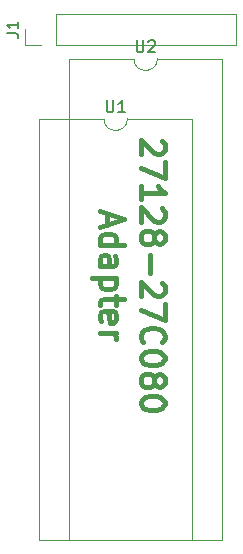
<source format=gbr>
G04 #@! TF.GenerationSoftware,KiCad,Pcbnew,(5.1.5)-3*
G04 #@! TF.CreationDate,2020-05-12T21:47:34-04:00*
G04 #@! TF.ProjectId,27xxx_to_27c080,32377878-785f-4746-9f5f-323763303830,rev?*
G04 #@! TF.SameCoordinates,Original*
G04 #@! TF.FileFunction,Legend,Top*
G04 #@! TF.FilePolarity,Positive*
%FSLAX46Y46*%
G04 Gerber Fmt 4.6, Leading zero omitted, Abs format (unit mm)*
G04 Created by KiCad (PCBNEW (5.1.5)-3) date 2020-05-12 21:47:34*
%MOMM*%
%LPD*%
G04 APERTURE LIST*
%ADD10C,0.450000*%
%ADD11C,0.120000*%
%ADD12C,0.150000*%
G04 APERTURE END LIST*
D10*
X148730561Y-91997047D02*
X148825800Y-92092285D01*
X148921038Y-92282761D01*
X148921038Y-92758952D01*
X148825800Y-92949428D01*
X148730561Y-93044666D01*
X148540085Y-93139904D01*
X148349609Y-93139904D01*
X148063895Y-93044666D01*
X146921038Y-91901809D01*
X146921038Y-93139904D01*
X148921038Y-93806571D02*
X148921038Y-95139904D01*
X146921038Y-94282761D01*
X146921038Y-96949428D02*
X146921038Y-95806571D01*
X146921038Y-96378000D02*
X148921038Y-96378000D01*
X148635323Y-96187523D01*
X148444847Y-95997047D01*
X148349609Y-95806571D01*
X148730561Y-97711333D02*
X148825800Y-97806571D01*
X148921038Y-97997047D01*
X148921038Y-98473238D01*
X148825800Y-98663714D01*
X148730561Y-98758952D01*
X148540085Y-98854190D01*
X148349609Y-98854190D01*
X148063895Y-98758952D01*
X146921038Y-97616095D01*
X146921038Y-98854190D01*
X148063895Y-99997047D02*
X148159133Y-99806571D01*
X148254371Y-99711333D01*
X148444847Y-99616095D01*
X148540085Y-99616095D01*
X148730561Y-99711333D01*
X148825800Y-99806571D01*
X148921038Y-99997047D01*
X148921038Y-100378000D01*
X148825800Y-100568476D01*
X148730561Y-100663714D01*
X148540085Y-100758952D01*
X148444847Y-100758952D01*
X148254371Y-100663714D01*
X148159133Y-100568476D01*
X148063895Y-100378000D01*
X148063895Y-99997047D01*
X147968657Y-99806571D01*
X147873419Y-99711333D01*
X147682942Y-99616095D01*
X147301990Y-99616095D01*
X147111514Y-99711333D01*
X147016276Y-99806571D01*
X146921038Y-99997047D01*
X146921038Y-100378000D01*
X147016276Y-100568476D01*
X147111514Y-100663714D01*
X147301990Y-100758952D01*
X147682942Y-100758952D01*
X147873419Y-100663714D01*
X147968657Y-100568476D01*
X148063895Y-100378000D01*
X147682942Y-101616095D02*
X147682942Y-103139904D01*
X148730561Y-103997047D02*
X148825800Y-104092285D01*
X148921038Y-104282761D01*
X148921038Y-104758952D01*
X148825800Y-104949428D01*
X148730561Y-105044666D01*
X148540085Y-105139904D01*
X148349609Y-105139904D01*
X148063895Y-105044666D01*
X146921038Y-103901809D01*
X146921038Y-105139904D01*
X148921038Y-105806571D02*
X148921038Y-107139904D01*
X146921038Y-106282761D01*
X147111514Y-109044666D02*
X147016276Y-108949428D01*
X146921038Y-108663714D01*
X146921038Y-108473238D01*
X147016276Y-108187523D01*
X147206752Y-107997047D01*
X147397228Y-107901809D01*
X147778180Y-107806571D01*
X148063895Y-107806571D01*
X148444847Y-107901809D01*
X148635323Y-107997047D01*
X148825800Y-108187523D01*
X148921038Y-108473238D01*
X148921038Y-108663714D01*
X148825800Y-108949428D01*
X148730561Y-109044666D01*
X148921038Y-110282761D02*
X148921038Y-110473238D01*
X148825800Y-110663714D01*
X148730561Y-110758952D01*
X148540085Y-110854190D01*
X148159133Y-110949428D01*
X147682942Y-110949428D01*
X147301990Y-110854190D01*
X147111514Y-110758952D01*
X147016276Y-110663714D01*
X146921038Y-110473238D01*
X146921038Y-110282761D01*
X147016276Y-110092285D01*
X147111514Y-109997047D01*
X147301990Y-109901809D01*
X147682942Y-109806571D01*
X148159133Y-109806571D01*
X148540085Y-109901809D01*
X148730561Y-109997047D01*
X148825800Y-110092285D01*
X148921038Y-110282761D01*
X148063895Y-112092285D02*
X148159133Y-111901809D01*
X148254371Y-111806571D01*
X148444847Y-111711333D01*
X148540085Y-111711333D01*
X148730561Y-111806571D01*
X148825800Y-111901809D01*
X148921038Y-112092285D01*
X148921038Y-112473238D01*
X148825800Y-112663714D01*
X148730561Y-112758952D01*
X148540085Y-112854190D01*
X148444847Y-112854190D01*
X148254371Y-112758952D01*
X148159133Y-112663714D01*
X148063895Y-112473238D01*
X148063895Y-112092285D01*
X147968657Y-111901809D01*
X147873419Y-111806571D01*
X147682942Y-111711333D01*
X147301990Y-111711333D01*
X147111514Y-111806571D01*
X147016276Y-111901809D01*
X146921038Y-112092285D01*
X146921038Y-112473238D01*
X147016276Y-112663714D01*
X147111514Y-112758952D01*
X147301990Y-112854190D01*
X147682942Y-112854190D01*
X147873419Y-112758952D01*
X147968657Y-112663714D01*
X148063895Y-112473238D01*
X148921038Y-114092285D02*
X148921038Y-114282761D01*
X148825800Y-114473238D01*
X148730561Y-114568476D01*
X148540085Y-114663714D01*
X148159133Y-114758952D01*
X147682942Y-114758952D01*
X147301990Y-114663714D01*
X147111514Y-114568476D01*
X147016276Y-114473238D01*
X146921038Y-114282761D01*
X146921038Y-114092285D01*
X147016276Y-113901809D01*
X147111514Y-113806571D01*
X147301990Y-113711333D01*
X147682942Y-113616095D01*
X148159133Y-113616095D01*
X148540085Y-113711333D01*
X148730561Y-113806571D01*
X148825800Y-113901809D01*
X148921038Y-114092285D01*
X144042466Y-98139904D02*
X144042466Y-99092285D01*
X143471038Y-97949428D02*
X145471038Y-98616095D01*
X143471038Y-99282761D01*
X143471038Y-100806571D02*
X145471038Y-100806571D01*
X143566276Y-100806571D02*
X143471038Y-100616095D01*
X143471038Y-100235142D01*
X143566276Y-100044666D01*
X143661514Y-99949428D01*
X143851990Y-99854190D01*
X144423419Y-99854190D01*
X144613895Y-99949428D01*
X144709133Y-100044666D01*
X144804371Y-100235142D01*
X144804371Y-100616095D01*
X144709133Y-100806571D01*
X143471038Y-102616095D02*
X144518657Y-102616095D01*
X144709133Y-102520857D01*
X144804371Y-102330380D01*
X144804371Y-101949428D01*
X144709133Y-101758952D01*
X143566276Y-102616095D02*
X143471038Y-102425619D01*
X143471038Y-101949428D01*
X143566276Y-101758952D01*
X143756752Y-101663714D01*
X143947228Y-101663714D01*
X144137704Y-101758952D01*
X144232942Y-101949428D01*
X144232942Y-102425619D01*
X144328180Y-102616095D01*
X144804371Y-103568476D02*
X142804371Y-103568476D01*
X144709133Y-103568476D02*
X144804371Y-103758952D01*
X144804371Y-104139904D01*
X144709133Y-104330380D01*
X144613895Y-104425619D01*
X144423419Y-104520857D01*
X143851990Y-104520857D01*
X143661514Y-104425619D01*
X143566276Y-104330380D01*
X143471038Y-104139904D01*
X143471038Y-103758952D01*
X143566276Y-103568476D01*
X144804371Y-105092285D02*
X144804371Y-105854190D01*
X145471038Y-105378000D02*
X143756752Y-105378000D01*
X143566276Y-105473238D01*
X143471038Y-105663714D01*
X143471038Y-105854190D01*
X143566276Y-107282761D02*
X143471038Y-107092285D01*
X143471038Y-106711333D01*
X143566276Y-106520857D01*
X143756752Y-106425619D01*
X144518657Y-106425619D01*
X144709133Y-106520857D01*
X144804371Y-106711333D01*
X144804371Y-107092285D01*
X144709133Y-107282761D01*
X144518657Y-107378000D01*
X144328180Y-107378000D01*
X144137704Y-106425619D01*
X143471038Y-108235142D02*
X144804371Y-108235142D01*
X144423419Y-108235142D02*
X144613895Y-108330380D01*
X144709133Y-108425619D01*
X144804371Y-108616095D01*
X144804371Y-108806571D01*
D11*
X155000000Y-83880000D02*
X155000000Y-81220000D01*
X139700000Y-83880000D02*
X155000000Y-83880000D01*
X139700000Y-81220000D02*
X155000000Y-81220000D01*
X139700000Y-83880000D02*
X139700000Y-81220000D01*
X138430000Y-83880000D02*
X137100000Y-83880000D01*
X137100000Y-83880000D02*
X137100000Y-82550000D01*
X148320000Y-85030000D02*
G75*
G02X146320000Y-85030000I-1000000J0D01*
G01*
X146320000Y-85030000D02*
X140860000Y-85030000D01*
X140860000Y-85030000D02*
X140860000Y-125790000D01*
X140860000Y-125790000D02*
X153780000Y-125790000D01*
X153780000Y-125790000D02*
X153780000Y-85030000D01*
X153780000Y-85030000D02*
X148320000Y-85030000D01*
X145780000Y-90110000D02*
G75*
G02X143780000Y-90110000I-1000000J0D01*
G01*
X143780000Y-90110000D02*
X138320000Y-90110000D01*
X138320000Y-90110000D02*
X138320000Y-125790000D01*
X138320000Y-125790000D02*
X151240000Y-125790000D01*
X151240000Y-125790000D02*
X151240000Y-90110000D01*
X151240000Y-90110000D02*
X145780000Y-90110000D01*
D12*
X135552380Y-82883333D02*
X136266666Y-82883333D01*
X136409523Y-82930952D01*
X136504761Y-83026190D01*
X136552380Y-83169047D01*
X136552380Y-83264285D01*
X136552380Y-81883333D02*
X136552380Y-82454761D01*
X136552380Y-82169047D02*
X135552380Y-82169047D01*
X135695238Y-82264285D01*
X135790476Y-82359523D01*
X135838095Y-82454761D01*
X146558095Y-83482380D02*
X146558095Y-84291904D01*
X146605714Y-84387142D01*
X146653333Y-84434761D01*
X146748571Y-84482380D01*
X146939047Y-84482380D01*
X147034285Y-84434761D01*
X147081904Y-84387142D01*
X147129523Y-84291904D01*
X147129523Y-83482380D01*
X147558095Y-83577619D02*
X147605714Y-83530000D01*
X147700952Y-83482380D01*
X147939047Y-83482380D01*
X148034285Y-83530000D01*
X148081904Y-83577619D01*
X148129523Y-83672857D01*
X148129523Y-83768095D01*
X148081904Y-83910952D01*
X147510476Y-84482380D01*
X148129523Y-84482380D01*
X144018095Y-88562380D02*
X144018095Y-89371904D01*
X144065714Y-89467142D01*
X144113333Y-89514761D01*
X144208571Y-89562380D01*
X144399047Y-89562380D01*
X144494285Y-89514761D01*
X144541904Y-89467142D01*
X144589523Y-89371904D01*
X144589523Y-88562380D01*
X145589523Y-89562380D02*
X145018095Y-89562380D01*
X145303809Y-89562380D02*
X145303809Y-88562380D01*
X145208571Y-88705238D01*
X145113333Y-88800476D01*
X145018095Y-88848095D01*
M02*

</source>
